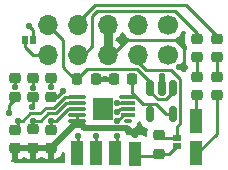
<source format=gtl>
%TF.GenerationSoftware,KiCad,Pcbnew,(6.0.10)*%
%TF.CreationDate,2023-12-30T01:12:33+11:00*%
%TF.ProjectId,1-Chip,312d4368-6970-42e6-9b69-6361645f7063,3.2*%
%TF.SameCoordinates,Original*%
%TF.FileFunction,Copper,L1,Top*%
%TF.FilePolarity,Positive*%
%FSLAX46Y46*%
G04 Gerber Fmt 4.6, Leading zero omitted, Abs format (unit mm)*
G04 Created by KiCad (PCBNEW (6.0.10)) date 2023-12-30 01:12:33*
%MOMM*%
%LPD*%
G01*
G04 APERTURE LIST*
G04 Aperture macros list*
%AMRoundRect*
0 Rectangle with rounded corners*
0 $1 Rounding radius*
0 $2 $3 $4 $5 $6 $7 $8 $9 X,Y pos of 4 corners*
0 Add a 4 corners polygon primitive as box body*
4,1,4,$2,$3,$4,$5,$6,$7,$8,$9,$2,$3,0*
0 Add four circle primitives for the rounded corners*
1,1,$1+$1,$2,$3*
1,1,$1+$1,$4,$5*
1,1,$1+$1,$6,$7*
1,1,$1+$1,$8,$9*
0 Add four rect primitives between the rounded corners*
20,1,$1+$1,$2,$3,$4,$5,0*
20,1,$1+$1,$4,$5,$6,$7,0*
20,1,$1+$1,$6,$7,$8,$9,0*
20,1,$1+$1,$8,$9,$2,$3,0*%
G04 Aperture macros list end*
%TA.AperFunction,SMDPad,CuDef*%
%ADD10RoundRect,0.225000X-0.250000X0.225000X-0.250000X-0.225000X0.250000X-0.225000X0.250000X0.225000X0*%
%TD*%
%TA.AperFunction,ComponentPad*%
%ADD11C,1.700000*%
%TD*%
%TA.AperFunction,ComponentPad*%
%ADD12O,1.700000X1.700000*%
%TD*%
%TA.AperFunction,SMDPad,CuDef*%
%ADD13R,1.050000X2.100000*%
%TD*%
%TA.AperFunction,SMDPad,CuDef*%
%ADD14R,0.750000X0.500000*%
%TD*%
%TA.AperFunction,SMDPad,CuDef*%
%ADD15RoundRect,0.150000X-0.150000X0.512500X-0.150000X-0.512500X0.150000X-0.512500X0.150000X0.512500X0*%
%TD*%
%TA.AperFunction,SMDPad,CuDef*%
%ADD16RoundRect,0.225000X0.225000X0.250000X-0.225000X0.250000X-0.225000X-0.250000X0.225000X-0.250000X0*%
%TD*%
%TA.AperFunction,SMDPad,CuDef*%
%ADD17R,0.500000X0.750000*%
%TD*%
%TA.AperFunction,SMDPad,CuDef*%
%ADD18RoundRect,0.225000X-0.225000X-0.250000X0.225000X-0.250000X0.225000X0.250000X-0.225000X0.250000X0*%
%TD*%
%TA.AperFunction,SMDPad,CuDef*%
%ADD19RoundRect,0.075000X-0.650000X-0.075000X0.650000X-0.075000X0.650000X0.075000X-0.650000X0.075000X0*%
%TD*%
%TA.AperFunction,SMDPad,CuDef*%
%ADD20RoundRect,0.075000X-0.550000X-0.075000X0.550000X-0.075000X0.550000X0.075000X-0.550000X0.075000X0*%
%TD*%
%TA.AperFunction,SMDPad,CuDef*%
%ADD21R,1.680000X1.880000*%
%TD*%
%TA.AperFunction,SMDPad,CuDef*%
%ADD22RoundRect,0.075000X-0.225000X-0.075000X0.225000X-0.075000X0.225000X0.075000X-0.225000X0.075000X0*%
%TD*%
%TA.AperFunction,ViaPad*%
%ADD23C,0.550000*%
%TD*%
%TA.AperFunction,Conductor*%
%ADD24C,0.254000*%
%TD*%
%TA.AperFunction,Conductor*%
%ADD25C,0.250000*%
%TD*%
%TA.AperFunction,Conductor*%
%ADD26C,0.300000*%
%TD*%
%TA.AperFunction,Conductor*%
%ADD27C,0.500000*%
%TD*%
%TA.AperFunction,Conductor*%
%ADD28C,0.750000*%
%TD*%
G04 APERTURE END LIST*
D10*
X152250000Y-100975000D03*
X152250000Y-102525000D03*
X152250000Y-97725000D03*
X152250000Y-99275000D03*
D11*
X148080000Y-99070000D03*
X148080000Y-96530000D03*
D12*
X145540000Y-99070000D03*
X145540000Y-96530000D03*
X143000000Y-99070000D03*
X143000000Y-96530000D03*
X137920000Y-99070000D03*
X137920000Y-96530000D03*
D13*
X150490000Y-104700000D03*
X150490000Y-107420000D03*
D10*
X150550000Y-100975000D03*
X150550000Y-102525000D03*
X150550000Y-97725000D03*
X150550000Y-99275000D03*
D12*
X140460000Y-99070000D03*
X140460000Y-96530000D03*
D13*
X140409000Y-107401000D03*
X142009000Y-107401000D03*
X143609000Y-107401000D03*
D10*
X136652000Y-105397000D03*
X136652000Y-106947000D03*
X138176000Y-101066000D03*
X138176000Y-102616000D03*
X136652000Y-101079000D03*
X136652000Y-102629000D03*
X147320000Y-107455000D03*
X147320000Y-105905000D03*
X135128000Y-101066000D03*
X135128000Y-102616000D03*
D13*
X145288000Y-107442000D03*
D14*
X148844000Y-106159000D03*
X148844000Y-106809000D03*
D15*
X147574000Y-101854000D03*
X148524000Y-101854000D03*
X148524000Y-104129000D03*
X146624000Y-101854000D03*
X146624000Y-104129000D03*
D16*
X145047000Y-101092000D03*
X143497000Y-101092000D03*
D17*
X136002000Y-97790000D03*
X136652000Y-97790000D03*
D10*
X135128000Y-105423000D03*
X135128000Y-106973000D03*
D18*
X140435000Y-101100000D03*
X141985000Y-101100000D03*
D10*
X138176000Y-105410000D03*
X138176000Y-106960000D03*
D19*
X140432000Y-102670000D03*
X140432000Y-103170000D03*
X140432000Y-103670000D03*
X140432000Y-104170000D03*
D20*
X144732000Y-104170000D03*
X144732000Y-103670000D03*
X144732000Y-103170000D03*
D21*
X142582000Y-103670000D03*
D22*
X144732000Y-104670000D03*
D19*
X144732000Y-102670000D03*
X140432000Y-104670000D03*
D23*
X145330000Y-105910000D03*
X147580000Y-100860000D03*
X142740000Y-101120000D03*
X149050000Y-100110000D03*
X140462000Y-105918000D03*
X135382000Y-104648000D03*
X138176000Y-101841000D03*
X136652000Y-104648000D03*
X141986000Y-105918000D03*
X136652000Y-101854000D03*
X138176000Y-104648000D03*
X143764000Y-105918000D03*
X135128000Y-101841000D03*
X136360000Y-96680000D03*
X143764000Y-103124000D03*
X139192000Y-102108000D03*
X143764000Y-103886000D03*
X136630000Y-103470000D03*
X143764000Y-104648000D03*
X134620000Y-104050000D03*
D24*
X149050000Y-100110000D02*
X149470000Y-99690000D01*
X149470000Y-98600000D02*
X149470000Y-99590000D01*
X149470000Y-99690000D02*
X149470000Y-99590000D01*
X149470000Y-98520000D02*
X149470000Y-98600000D01*
X148760000Y-97810000D02*
X149470000Y-98520000D01*
D25*
X139180000Y-100140000D02*
X139180000Y-97790000D01*
X140140000Y-101100000D02*
X139180000Y-100140000D01*
X140435000Y-101100000D02*
X140140000Y-101100000D01*
X139180000Y-97790000D02*
X137920000Y-96530000D01*
X140435000Y-101100000D02*
X140350000Y-101100000D01*
X137920000Y-96530000D02*
X137920000Y-97170000D01*
X152250000Y-99275000D02*
X152250000Y-100975000D01*
X150550000Y-99275000D02*
X150550000Y-100975000D01*
X150580000Y-107420000D02*
X152250000Y-105750000D01*
X150490000Y-107420000D02*
X150490000Y-107260000D01*
X150490000Y-107420000D02*
X150580000Y-107420000D01*
X150490000Y-107420000D02*
X150490000Y-106790000D01*
X152250000Y-105750000D02*
X152250000Y-102525000D01*
X150490000Y-104700000D02*
X150490000Y-102585000D01*
X150490000Y-102585000D02*
X150550000Y-102525000D01*
X150550000Y-97200000D02*
X148690000Y-95340000D01*
X150550000Y-97725000D02*
X150550000Y-97200000D01*
X149640000Y-94890000D02*
X141900000Y-94890000D01*
X141900000Y-94890000D02*
X140460000Y-96330000D01*
X152250000Y-97500000D02*
X149640000Y-94890000D01*
X140460000Y-96330000D02*
X140460000Y-96530000D01*
X152250000Y-97725000D02*
X152250000Y-97500000D01*
X150550000Y-97725000D02*
X150700000Y-97725000D01*
X150550000Y-100975000D02*
X150700000Y-100975000D01*
X150550000Y-102550000D02*
X150550000Y-102525000D01*
X142110000Y-95340000D02*
X148690000Y-95340000D01*
X141680000Y-95770000D02*
X142110000Y-95340000D01*
X140960000Y-99070000D02*
X141680000Y-98350000D01*
X140460000Y-99070000D02*
X140960000Y-99070000D01*
X141680000Y-98350000D02*
X141680000Y-95770000D01*
X140460000Y-96530000D02*
X140930000Y-96060000D01*
D26*
X141985000Y-101100000D02*
X143489000Y-101100000D01*
D25*
X147580000Y-101848000D02*
X147574000Y-101854000D01*
D27*
X140881000Y-105119000D02*
X141009511Y-105247511D01*
X140785000Y-105023000D02*
X140881000Y-105119000D01*
X144667511Y-105247511D02*
X145330000Y-105910000D01*
D24*
X144620000Y-97810000D02*
X148760000Y-97810000D01*
D28*
X143002000Y-96520000D02*
X143002000Y-99060000D01*
D24*
X136652000Y-106947000D02*
X136639000Y-106947000D01*
X143523000Y-101079000D02*
X143510000Y-101092000D01*
X135128000Y-106973000D02*
X135128000Y-107302000D01*
D27*
X140113000Y-105023000D02*
X138176000Y-106960000D01*
X141009511Y-105247511D02*
X144667511Y-105247511D01*
X140113000Y-105023000D02*
X140785000Y-105023000D01*
D24*
X143002000Y-99060000D02*
X143370000Y-99060000D01*
D27*
X135128000Y-106973000D02*
X138163000Y-106973000D01*
D25*
X138176000Y-106960000D02*
X138176000Y-106926000D01*
D24*
X136652000Y-106947000D02*
X136665000Y-106947000D01*
D27*
X140432000Y-104670000D02*
X140881000Y-105119000D01*
D24*
X143497000Y-99555000D02*
X143002000Y-99060000D01*
D27*
X147580000Y-100860000D02*
X147580000Y-101848000D01*
D25*
X138163000Y-106973000D02*
X138176000Y-106960000D01*
X140432000Y-104670000D02*
X140432000Y-104704000D01*
D27*
X140432000Y-104704000D02*
X140113000Y-105023000D01*
D24*
X143370000Y-99060000D02*
X144620000Y-97810000D01*
D25*
X140432000Y-104170000D02*
X140432000Y-104670000D01*
D26*
X143489000Y-101100000D02*
X143497000Y-101092000D01*
D25*
X136403673Y-104048489D02*
X137286299Y-104048489D01*
X137739820Y-103594969D02*
X138439933Y-103594969D01*
X140462000Y-107348000D02*
X140409000Y-107401000D01*
X140462000Y-105918000D02*
X140462000Y-107348000D01*
X139364902Y-102670000D02*
X140432000Y-102670000D01*
D24*
X140409000Y-107401000D02*
X140409000Y-106479000D01*
D25*
X135382000Y-104648000D02*
X135382000Y-105169000D01*
X135382000Y-105169000D02*
X135128000Y-105423000D01*
X138439933Y-103594969D02*
X139364902Y-102670000D01*
X135382000Y-104648000D02*
X135804162Y-104648000D01*
X137286299Y-104048489D02*
X137739820Y-103594969D01*
X135804162Y-104648000D02*
X136403673Y-104048489D01*
X138176000Y-101066000D02*
X138176000Y-101841000D01*
D24*
X136652000Y-104648000D02*
X137325334Y-104648000D01*
X142009000Y-105941000D02*
X141986000Y-105918000D01*
X137926845Y-104046489D02*
X138626959Y-104046489D01*
X138626959Y-104046489D02*
X139503448Y-103170000D01*
X139503448Y-103170000D02*
X140432000Y-103170000D01*
X142009000Y-107401000D02*
X142009000Y-105941000D01*
X136652000Y-104648000D02*
X136652000Y-105397000D01*
X137325334Y-104648000D02*
X137926845Y-104046489D01*
D25*
X136652000Y-101079000D02*
X136652000Y-101854000D01*
X143764000Y-107246000D02*
X143609000Y-107401000D01*
X143764000Y-105918000D02*
X143764000Y-107246000D01*
X138176000Y-104648000D02*
X138176000Y-105410000D01*
X138663994Y-104648000D02*
X139641994Y-103670000D01*
X139641994Y-103670000D02*
X140432000Y-103670000D01*
X138176000Y-104648000D02*
X138663994Y-104648000D01*
D24*
X143609000Y-107401000D02*
X143609000Y-106525000D01*
D25*
X135128000Y-101066000D02*
X135128000Y-101841000D01*
D24*
X149102920Y-104897080D02*
X148844000Y-105156000D01*
X148390480Y-100384480D02*
X149102920Y-101096920D01*
X145542000Y-99060000D02*
X145542000Y-99696316D01*
X148844000Y-105156000D02*
X148844000Y-106159000D01*
X146230163Y-100384480D02*
X148390480Y-100384480D01*
X145542000Y-99696316D02*
X146230163Y-100384480D01*
D25*
X136360000Y-96680000D02*
X136652000Y-96972000D01*
D24*
X147574000Y-106159000D02*
X147320000Y-105905000D01*
X148844000Y-106159000D02*
X147574000Y-106159000D01*
D25*
X136652000Y-96972000D02*
X136652000Y-97790000D01*
D24*
X149102920Y-101096920D02*
X149102920Y-104897080D01*
D25*
X145288000Y-107442000D02*
X145472520Y-107626520D01*
X145472520Y-107626520D02*
X147320000Y-107626520D01*
X148198000Y-107455000D02*
X148844000Y-106809000D01*
X147320000Y-107455000D02*
X148198000Y-107455000D01*
D24*
X136643000Y-99060000D02*
X137922000Y-99060000D01*
X136002000Y-98419000D02*
X136643000Y-99060000D01*
X136002000Y-97790000D02*
X136002000Y-98419000D01*
X146584480Y-101893520D02*
X146624000Y-101854000D01*
D25*
X145499618Y-100292480D02*
X146624000Y-101416862D01*
X146624000Y-101854000D02*
X146624000Y-102224000D01*
X146624000Y-102224000D02*
X147230000Y-102830000D01*
X147305310Y-102841020D02*
X147920552Y-102841020D01*
X140435000Y-101100000D02*
X141242520Y-100292480D01*
X146586480Y-101891520D02*
X146624000Y-101854000D01*
D24*
X146611000Y-101841000D02*
X146624000Y-101854000D01*
D25*
X146624000Y-101854000D02*
X146624000Y-102334000D01*
X146681454Y-101796546D02*
X146624000Y-101854000D01*
X148524000Y-101854000D02*
X148524000Y-102237572D01*
X141242520Y-100292480D02*
X145499618Y-100292480D01*
X146624000Y-101854000D02*
X146624000Y-102237572D01*
X146624000Y-101416862D02*
X146624000Y-101854000D01*
X148524000Y-102237572D02*
X147920552Y-102841020D01*
X137922000Y-102616000D02*
X138176000Y-102616000D01*
X143810000Y-103170000D02*
X144732000Y-103170000D01*
X143764000Y-103124000D02*
X143810000Y-103170000D01*
X138176000Y-102616000D02*
X137917138Y-102616000D01*
X138684000Y-102616000D02*
X139192000Y-102108000D01*
X138176000Y-102616000D02*
X138684000Y-102616000D01*
X144041994Y-103670000D02*
X144732000Y-103670000D01*
X136652000Y-103448000D02*
X136630000Y-103470000D01*
X136652000Y-102629000D02*
X136652000Y-103448000D01*
X143764000Y-103886000D02*
X143825994Y-103886000D01*
X136652000Y-103328000D02*
X136630000Y-103350000D01*
X143825994Y-103886000D02*
X144041994Y-103670000D01*
X134874000Y-102616000D02*
X135128000Y-102362000D01*
X134610000Y-104040000D02*
X134620000Y-104050000D01*
X135128000Y-102792000D02*
X134610000Y-103310000D01*
X144732000Y-104170000D02*
X144332978Y-104170000D01*
X143854978Y-104648000D02*
X143764000Y-104648000D01*
X134610000Y-103310000D02*
X134610000Y-104040000D01*
X144732000Y-104170000D02*
X144327838Y-104170000D01*
X144332978Y-104170000D02*
X143854978Y-104648000D01*
X144327838Y-104170000D02*
X144302358Y-104195480D01*
X145422006Y-102670000D02*
X144732000Y-102670000D01*
X145546003Y-102793997D02*
X145422006Y-102670000D01*
X145712006Y-102960000D02*
X145546003Y-102793997D01*
X145882006Y-103140289D02*
X146001717Y-103260000D01*
X144732000Y-102670000D02*
X144157838Y-102670000D01*
X147957572Y-104129000D02*
X147083427Y-103254855D01*
X146001717Y-103260000D02*
X147078283Y-103260000D01*
X145546003Y-102793997D02*
X145882006Y-103130000D01*
X145882006Y-103130000D02*
X145882006Y-103140289D01*
X147957572Y-104129000D02*
X148524000Y-104129000D01*
X145047000Y-102294994D02*
X145546003Y-102793997D01*
D24*
X145060000Y-100838000D02*
X145060000Y-101092000D01*
D25*
X145047000Y-101092000D02*
X145047000Y-102294994D01*
%TA.AperFunction,Conductor*%
G36*
X137648640Y-106701176D02*
G01*
X137649441Y-106697493D01*
X137688548Y-106706000D01*
X138304000Y-106706000D01*
X138372121Y-106726002D01*
X138418614Y-106779658D01*
X138430000Y-106832000D01*
X138430000Y-107899885D01*
X138434475Y-107915124D01*
X138435865Y-107916329D01*
X138443548Y-107918000D01*
X138471438Y-107918000D01*
X138477953Y-107917663D01*
X138570057Y-107908106D01*
X138583456Y-107905212D01*
X138732107Y-107855619D01*
X138745286Y-107849445D01*
X138878173Y-107767212D01*
X138889574Y-107758176D01*
X138999986Y-107647571D01*
X139008998Y-107636160D01*
X139091004Y-107503120D01*
X139097151Y-107489939D01*
X139129907Y-107391184D01*
X139170338Y-107332824D01*
X139235902Y-107305588D01*
X139305784Y-107318122D01*
X139357796Y-107366447D01*
X139375500Y-107430852D01*
X139375500Y-108102997D01*
X139355498Y-108171118D01*
X139301842Y-108217611D01*
X139248966Y-108228996D01*
X137021221Y-108219536D01*
X135178181Y-108211709D01*
X135159331Y-108210210D01*
X135143148Y-108207690D01*
X135143145Y-108207690D01*
X135134276Y-108206309D01*
X135125374Y-108207473D01*
X135125250Y-108207489D01*
X135094808Y-108207760D01*
X135074130Y-108205430D01*
X135032736Y-108200766D01*
X135005229Y-108194487D01*
X134928147Y-108167515D01*
X134902727Y-108155274D01*
X134887662Y-108145808D01*
X134878328Y-108139943D01*
X134831291Y-108086766D01*
X134820470Y-108016598D01*
X134850139Y-107950744D01*
X134872329Y-107925135D01*
X134874000Y-107917452D01*
X134874000Y-107912885D01*
X135382000Y-107912885D01*
X135386475Y-107928124D01*
X135387865Y-107929329D01*
X135395548Y-107931000D01*
X135423438Y-107931000D01*
X135429953Y-107930663D01*
X135522057Y-107921106D01*
X135535456Y-107918212D01*
X135684107Y-107868619D01*
X135697286Y-107862445D01*
X135830179Y-107780208D01*
X135831653Y-107779040D01*
X135832850Y-107778556D01*
X135836401Y-107776358D01*
X135836777Y-107776966D01*
X135897463Y-107752403D01*
X135967227Y-107765574D01*
X135976032Y-107770526D01*
X136083880Y-107837004D01*
X136097061Y-107843151D01*
X136245814Y-107892491D01*
X136259190Y-107895358D01*
X136350097Y-107904672D01*
X136356513Y-107905000D01*
X136379885Y-107905000D01*
X136395124Y-107900525D01*
X136396329Y-107899135D01*
X136398000Y-107891452D01*
X136398000Y-107886885D01*
X136906000Y-107886885D01*
X136910475Y-107902124D01*
X136911865Y-107903329D01*
X136919548Y-107905000D01*
X136947438Y-107905000D01*
X136953953Y-107904663D01*
X137046057Y-107895106D01*
X137059456Y-107892212D01*
X137208107Y-107842619D01*
X137221286Y-107836445D01*
X137337054Y-107764806D01*
X137405506Y-107745968D01*
X137469473Y-107764690D01*
X137607880Y-107850004D01*
X137621061Y-107856151D01*
X137769814Y-107905491D01*
X137783190Y-107908358D01*
X137874097Y-107917672D01*
X137880513Y-107918000D01*
X137903885Y-107918000D01*
X137919124Y-107913525D01*
X137920329Y-107912135D01*
X137922000Y-107904452D01*
X137922000Y-107232115D01*
X137917525Y-107216876D01*
X137916135Y-107215671D01*
X137908452Y-107214000D01*
X137207205Y-107214000D01*
X137179360Y-107205824D01*
X137178559Y-107209507D01*
X137139452Y-107201000D01*
X136924115Y-107201000D01*
X136908876Y-107205475D01*
X136907671Y-107206865D01*
X136906000Y-107214548D01*
X136906000Y-107886885D01*
X136398000Y-107886885D01*
X136398000Y-107219115D01*
X136393525Y-107203876D01*
X136392135Y-107202671D01*
X136384452Y-107201000D01*
X136169115Y-107201000D01*
X136125996Y-107213661D01*
X136113184Y-107221895D01*
X136077682Y-107227000D01*
X135400115Y-107227000D01*
X135384876Y-107231475D01*
X135383671Y-107232865D01*
X135382000Y-107240548D01*
X135382000Y-107912885D01*
X134874000Y-107912885D01*
X134874000Y-106845000D01*
X134894002Y-106776879D01*
X134947658Y-106730386D01*
X135000000Y-106719000D01*
X135610885Y-106719000D01*
X135654004Y-106706339D01*
X135666816Y-106698105D01*
X135702318Y-106693000D01*
X137620795Y-106693000D01*
X137648640Y-106701176D01*
G37*
%TD.AperFunction*%
%TA.AperFunction,Conductor*%
G36*
X145766016Y-104701927D02*
G01*
X145816813Y-104751527D01*
X145827950Y-104778073D01*
X145862643Y-104897488D01*
X145864855Y-104905101D01*
X145868892Y-104911927D01*
X145945509Y-105041480D01*
X145945511Y-105041483D01*
X145949547Y-105048307D01*
X146067193Y-105165953D01*
X146074017Y-105169989D01*
X146074020Y-105169991D01*
X146181589Y-105233607D01*
X146210399Y-105250645D01*
X146218009Y-105252856D01*
X146218014Y-105252858D01*
X146293820Y-105274881D01*
X146353656Y-105313094D01*
X146383334Y-105377590D01*
X146378261Y-105435544D01*
X146346851Y-105530243D01*
X146336500Y-105631268D01*
X146336500Y-105896941D01*
X146316498Y-105965062D01*
X146262842Y-106011555D01*
X146192568Y-106021659D01*
X146134935Y-105997767D01*
X146075644Y-105953331D01*
X146059705Y-105941385D01*
X145923316Y-105890255D01*
X145861134Y-105883500D01*
X144714866Y-105883500D01*
X144711474Y-105883868D01*
X144711464Y-105883869D01*
X144675415Y-105887785D01*
X144605533Y-105875256D01*
X144553518Y-105826935D01*
X144536594Y-105776569D01*
X144533649Y-105750316D01*
X144532864Y-105743318D01*
X144475057Y-105577319D01*
X144468874Y-105567424D01*
X144440034Y-105521269D01*
X144420898Y-105452900D01*
X144441764Y-105385039D01*
X144496005Y-105339231D01*
X144546888Y-105328500D01*
X144995244Y-105328500D01*
X144999330Y-105327962D01*
X144999331Y-105327962D01*
X145042991Y-105322214D01*
X145109324Y-105313481D01*
X145116951Y-105310322D01*
X145116954Y-105310321D01*
X145199739Y-105276030D01*
X145251268Y-105254686D01*
X145373157Y-105161157D01*
X145466686Y-105039267D01*
X145525481Y-104897324D01*
X145533851Y-104833750D01*
X145562574Y-104768823D01*
X145582068Y-104750236D01*
X145604926Y-104732696D01*
X145630249Y-104713264D01*
X145696467Y-104687663D01*
X145766016Y-104701927D01*
G37*
%TD.AperFunction*%
%TA.AperFunction,Conductor*%
G36*
X140524121Y-104348502D02*
G01*
X140570614Y-104402158D01*
X140582000Y-104454500D01*
X140582000Y-104742000D01*
X140561998Y-104810121D01*
X140508342Y-104856614D01*
X140456000Y-104868000D01*
X140408000Y-104868000D01*
X140339879Y-104847998D01*
X140293386Y-104794342D01*
X140282000Y-104742000D01*
X140282000Y-104454500D01*
X140302002Y-104386379D01*
X140355658Y-104339886D01*
X140408000Y-104328500D01*
X140456000Y-104328500D01*
X140524121Y-104348502D01*
G37*
%TD.AperFunction*%
%TA.AperFunction,Conductor*%
G36*
X143693121Y-100945982D02*
G01*
X143739614Y-100999638D01*
X143751000Y-101051980D01*
X143751000Y-101220000D01*
X143730998Y-101288121D01*
X143677342Y-101334614D01*
X143625000Y-101346000D01*
X143001115Y-101346000D01*
X142991252Y-101348896D01*
X142955754Y-101354000D01*
X141857000Y-101354000D01*
X141788879Y-101333998D01*
X141742386Y-101280342D01*
X141731000Y-101228000D01*
X141731000Y-101051980D01*
X141751002Y-100983859D01*
X141804658Y-100937366D01*
X141857000Y-100925980D01*
X143625000Y-100925980D01*
X143693121Y-100945982D01*
G37*
%TD.AperFunction*%
%TA.AperFunction,Conductor*%
G36*
X149521492Y-99544472D02*
G01*
X149566320Y-99599526D01*
X149575485Y-99635329D01*
X149577113Y-99651019D01*
X149579295Y-99657559D01*
X149624469Y-99792960D01*
X149631244Y-99813268D01*
X149635096Y-99819492D01*
X149635096Y-99819493D01*
X149691209Y-99910170D01*
X149721248Y-99958713D01*
X149726430Y-99963886D01*
X149726434Y-99963891D01*
X149798466Y-100035797D01*
X149832546Y-100098079D01*
X149827543Y-100168899D01*
X149798623Y-100213987D01*
X149720448Y-100292298D01*
X149630698Y-100437899D01*
X149628394Y-100444847D01*
X149628392Y-100444850D01*
X149623237Y-100460391D01*
X149582806Y-100518750D01*
X149517241Y-100545986D01*
X149447360Y-100533452D01*
X149414550Y-100509817D01*
X149077183Y-100172450D01*
X149043157Y-100110138D01*
X149048222Y-100039323D01*
X149077337Y-99994105D01*
X149118096Y-99953489D01*
X149138961Y-99924453D01*
X149245435Y-99776277D01*
X149248453Y-99772077D01*
X149286300Y-99695500D01*
X149337201Y-99592508D01*
X149385314Y-99540301D01*
X149454016Y-99522394D01*
X149521492Y-99544472D01*
G37*
%TD.AperFunction*%
%TA.AperFunction,Conductor*%
G36*
X143196121Y-96296002D02*
G01*
X143242614Y-96349658D01*
X143254000Y-96402000D01*
X143254000Y-99198000D01*
X143233998Y-99266121D01*
X143180342Y-99312614D01*
X143128000Y-99324000D01*
X142872000Y-99324000D01*
X142803879Y-99303998D01*
X142757386Y-99250342D01*
X142746000Y-99198000D01*
X142746000Y-96402000D01*
X142766002Y-96333879D01*
X142819658Y-96287386D01*
X142872000Y-96276000D01*
X143128000Y-96276000D01*
X143196121Y-96296002D01*
G37*
%TD.AperFunction*%
%TA.AperFunction,Conductor*%
G36*
X149499689Y-97048586D02*
G01*
X149517450Y-97063354D01*
X149578539Y-97124443D01*
X149612565Y-97186755D01*
X149609037Y-97253205D01*
X149576851Y-97350243D01*
X149566500Y-97451268D01*
X149566500Y-97998732D01*
X149577113Y-98101019D01*
X149579295Y-98107559D01*
X149621015Y-98232607D01*
X149631244Y-98263268D01*
X149635096Y-98269492D01*
X149635096Y-98269493D01*
X149697333Y-98370066D01*
X149721248Y-98408713D01*
X149726430Y-98413886D01*
X149730975Y-98419620D01*
X149729055Y-98421142D01*
X149757545Y-98473206D01*
X149752544Y-98544026D01*
X149729118Y-98580552D01*
X149730157Y-98581372D01*
X149725619Y-98587118D01*
X149720448Y-98592298D01*
X149630698Y-98737899D01*
X149628897Y-98743329D01*
X149582414Y-98796122D01*
X149514137Y-98815583D01*
X149446177Y-98795042D01*
X149400111Y-98741019D01*
X149392932Y-98720282D01*
X149371692Y-98635723D01*
X149370431Y-98630702D01*
X149281354Y-98425840D01*
X149180209Y-98269493D01*
X149162822Y-98242617D01*
X149162820Y-98242614D01*
X149160014Y-98238277D01*
X149009670Y-98073051D01*
X149005619Y-98069852D01*
X149005615Y-98069848D01*
X148838414Y-97937800D01*
X148838410Y-97937798D01*
X148834359Y-97934598D01*
X148793053Y-97911796D01*
X148743084Y-97861364D01*
X148728312Y-97791921D01*
X148753428Y-97725516D01*
X148780780Y-97698909D01*
X148824603Y-97667650D01*
X148959860Y-97571173D01*
X149118096Y-97413489D01*
X149152110Y-97366154D01*
X149245435Y-97236277D01*
X149248453Y-97232077D01*
X149315399Y-97096620D01*
X149363511Y-97044415D01*
X149432212Y-97026508D01*
X149499689Y-97048586D01*
G37*
%TD.AperFunction*%
%TA.AperFunction,Conductor*%
G36*
X144351751Y-97204678D02*
G01*
X144379579Y-97236511D01*
X144439987Y-97335088D01*
X144586250Y-97503938D01*
X144758126Y-97646632D01*
X144828595Y-97687811D01*
X144831445Y-97689476D01*
X144880169Y-97741114D01*
X144893240Y-97810897D01*
X144866509Y-97876669D01*
X144826055Y-97910027D01*
X144813607Y-97916507D01*
X144809474Y-97919610D01*
X144809471Y-97919612D01*
X144639100Y-98047530D01*
X144634965Y-98050635D01*
X144480629Y-98212138D01*
X144373204Y-98369618D01*
X144372898Y-98370066D01*
X144317987Y-98415069D01*
X144247462Y-98423240D01*
X144183715Y-98391986D01*
X144163018Y-98367502D01*
X144082426Y-98242926D01*
X144076136Y-98234757D01*
X143932806Y-98077240D01*
X143925273Y-98070215D01*
X143758139Y-97938222D01*
X143749552Y-97932517D01*
X143712116Y-97911851D01*
X143662146Y-97861419D01*
X143647374Y-97791976D01*
X143672490Y-97725571D01*
X143699842Y-97698964D01*
X143875327Y-97573792D01*
X143883200Y-97567139D01*
X144034052Y-97416812D01*
X144040730Y-97408965D01*
X144168022Y-97231819D01*
X144169279Y-97232722D01*
X144216373Y-97189362D01*
X144286311Y-97177145D01*
X144351751Y-97204678D01*
G37*
%TD.AperFunction*%
M02*

</source>
